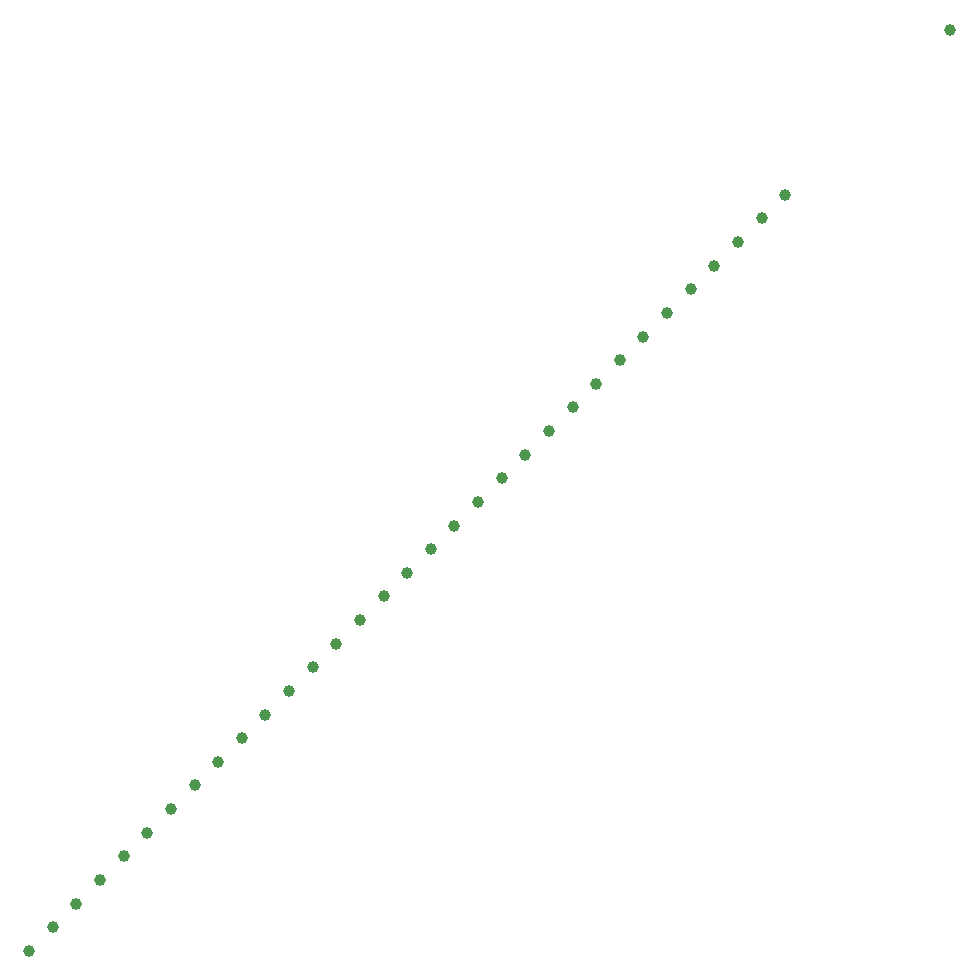
<source format=gbr>
G04 Examples for testing time performance of Gerber parsers*
%FSLAX26Y26*%
%MOMM*%
%ADD10C,1*%
%LPD*%
D10*
X0Y0D03*
X78000000Y78000000D03*
X2000000Y2000000D03*
X4000000Y4000000D03*
X6000000Y6000000D03*
X8000000Y8000000D03*
X10000000Y10000000D03*
X12000000Y12000000D03*
X14000000Y14000000D03*
X16000000Y16000000D03*
X18000000Y18000000D03*
X20000000Y20000000D03*
X22000000Y22000000D03*
X24000000Y24000000D03*
X26000000Y26000000D03*
X28000000Y28000000D03*
X30000000Y30000000D03*
X32000000Y32000000D03*
X34000000Y34000000D03*
X36000000Y36000000D03*
X38000000Y38000000D03*
X40000000Y40000000D03*
X42000000Y42000000D03*
X44000000Y44000000D03*
X46000000Y46000000D03*
X48000000Y48000000D03*
X50000000Y50000000D03*
X52000000Y52000000D03*
X54000000Y54000000D03*
X56000000Y56000000D03*
X58000000Y58000000D03*
X60000000Y60000000D03*
X62000000Y62000000D03*
X64000000Y64000000D03*
M02*

</source>
